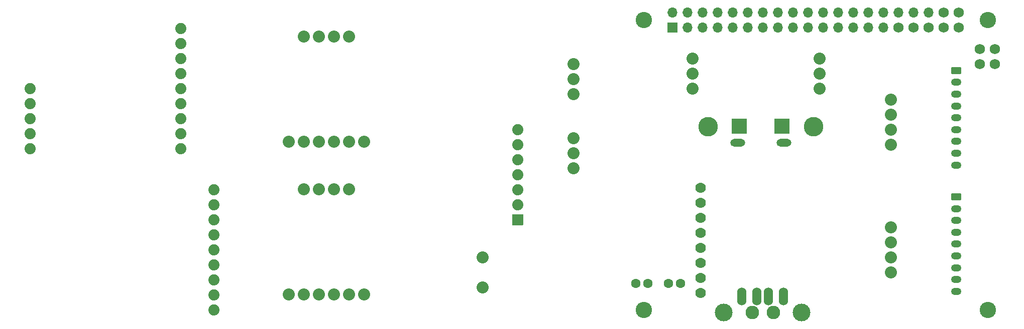
<source format=gbr>
%TF.GenerationSoftware,KiCad,Pcbnew,8.0.6*%
%TF.CreationDate,2025-03-28T16:21:50-05:00*%
%TF.ProjectId,Initial Schematic,496e6974-6961-46c2-9053-6368656d6174,rev?*%
%TF.SameCoordinates,Original*%
%TF.FileFunction,Soldermask,Bot*%
%TF.FilePolarity,Negative*%
%FSLAX46Y46*%
G04 Gerber Fmt 4.6, Leading zero omitted, Abs format (unit mm)*
G04 Created by KiCad (PCBNEW 8.0.6) date 2025-03-28 16:21:50*
%MOMM*%
%LPD*%
G01*
G04 APERTURE LIST*
G04 Aperture macros list*
%AMRoundRect*
0 Rectangle with rounded corners*
0 $1 Rounding radius*
0 $2 $3 $4 $5 $6 $7 $8 $9 X,Y pos of 4 corners*
0 Add a 4 corners polygon primitive as box body*
4,1,4,$2,$3,$4,$5,$6,$7,$8,$9,$2,$3,0*
0 Add four circle primitives for the rounded corners*
1,1,$1+$1,$2,$3*
1,1,$1+$1,$4,$5*
1,1,$1+$1,$6,$7*
1,1,$1+$1,$8,$9*
0 Add four rect primitives between the rounded corners*
20,1,$1+$1,$2,$3,$4,$5,0*
20,1,$1+$1,$4,$5,$6,$7,0*
20,1,$1+$1,$6,$7,$8,$9,0*
20,1,$1+$1,$8,$9,$2,$3,0*%
G04 Aperture macros list end*
%ADD10C,1.778000*%
%ADD11C,2.286000*%
%ADD12O,1.559600X3.017600*%
%ADD13C,3.301600*%
%ADD14C,3.001600*%
%ADD15O,2.517600X1.309600*%
%ADD16RoundRect,0.050800X-1.250000X1.250000X-1.250000X-1.250000X1.250000X-1.250000X1.250000X1.250000X0*%
%ADD17C,2.032000*%
%ADD18C,1.600000*%
%ADD19RoundRect,0.250000X-0.625000X0.350000X-0.625000X-0.350000X0.625000X-0.350000X0.625000X0.350000X0*%
%ADD20O,1.750000X1.200000*%
%ADD21C,1.879600*%
%ADD22RoundRect,0.050800X0.889000X0.889000X-0.889000X0.889000X-0.889000X-0.889000X0.889000X-0.889000X0*%
%ADD23C,2.750000*%
%ADD24R,1.700000X1.700000*%
%ADD25O,1.700000X1.700000*%
%ADD26C,1.728000*%
G04 APERTURE END LIST*
D10*
%TO.C,Adafruit_Powerboost1*%
X143545777Y-77101320D03*
X143545777Y-79641320D03*
X143545777Y-82181320D03*
X143545777Y-84721320D03*
X143545777Y-87261320D03*
X143545777Y-89801320D03*
X143545777Y-92341320D03*
X143545777Y-94881320D03*
D11*
X152323277Y-98183320D03*
X155823277Y-98183320D03*
D12*
X155023277Y-95473320D03*
X153023277Y-95473320D03*
X157523277Y-95473320D03*
D13*
X162595777Y-66814320D03*
X144815777Y-66814320D03*
D14*
X147453277Y-98183320D03*
X160593277Y-98183320D03*
D15*
X157609777Y-69492320D03*
X149801777Y-69492320D03*
D16*
X157305777Y-66692320D03*
X150105777Y-66692320D03*
D12*
X150523277Y-95473320D03*
%TD*%
D17*
%TO.C,Servo1*%
X163675000Y-60365000D03*
X163675000Y-57825000D03*
X163675000Y-55285000D03*
%TD*%
%TO.C,BNO0551*%
X76690000Y-77395000D03*
X79230000Y-77395000D03*
X81770000Y-77395000D03*
X84310000Y-77395000D03*
X74150000Y-95175000D03*
X76690000Y-95175000D03*
X79230000Y-95175000D03*
X81770000Y-95175000D03*
X84310000Y-95175000D03*
X86850000Y-95175000D03*
%TD*%
D18*
%TO.C,C2*%
X132675000Y-93325000D03*
X134675000Y-93325000D03*
%TD*%
D19*
%TO.C,Terraranger_Evo_LIDAR1*%
X186700000Y-78650000D03*
D20*
X186700000Y-80650000D03*
X186700000Y-82650000D03*
X186700000Y-84650000D03*
X186700000Y-86650000D03*
X186700000Y-88650000D03*
X186700000Y-90650000D03*
X186700000Y-92650000D03*
X186700000Y-94650000D03*
%TD*%
D19*
%TO.C,Terraranger_Evo_LIDAR2*%
X186700000Y-57300000D03*
D20*
X186700000Y-59300000D03*
X186700000Y-61300000D03*
X186700000Y-63300000D03*
X186700000Y-65300000D03*
X186700000Y-67300000D03*
X186700000Y-69300000D03*
X186700000Y-71300000D03*
X186700000Y-73300000D03*
%TD*%
D17*
%TO.C,Servo2*%
X142175000Y-60405000D03*
X142175000Y-57865000D03*
X142175000Y-55325000D03*
%TD*%
D21*
%TO.C,RFM95WLoRaRadio1*%
X55909000Y-70564000D03*
X55909000Y-68024000D03*
X55909000Y-65484000D03*
X55909000Y-62944000D03*
X55909000Y-60404000D03*
X55909000Y-57864000D03*
X55909000Y-55324000D03*
X55909000Y-52784000D03*
X55909000Y-50244000D03*
X30509000Y-70564000D03*
X30509000Y-68024000D03*
X30509000Y-65484000D03*
X30509000Y-62944000D03*
X30509000Y-60404000D03*
%TD*%
D22*
%TO.C,MPL3115A2Barometer1*%
X112770500Y-82570000D03*
D21*
X112770500Y-80030000D03*
X112770500Y-77490000D03*
X112770500Y-74950000D03*
X112770500Y-72410000D03*
X112770500Y-69870000D03*
X112770500Y-67330000D03*
%TD*%
D23*
%TO.C,J1*%
X133960000Y-48794000D03*
X133960000Y-97794000D03*
X191960000Y-48794000D03*
X191960000Y-97794000D03*
D24*
X138810000Y-50044000D03*
D25*
X138810000Y-47504000D03*
X141350000Y-50044000D03*
X141350000Y-47504000D03*
X143890000Y-50044000D03*
X143890000Y-47504000D03*
X146430000Y-50044000D03*
X146430000Y-47504000D03*
X148970000Y-50044000D03*
X148970000Y-47504000D03*
X151510000Y-50044000D03*
X151510000Y-47504000D03*
X154050000Y-50044000D03*
X154050000Y-47504000D03*
X156590000Y-50044000D03*
X156590000Y-47504000D03*
X159130000Y-50044000D03*
X159130000Y-47504000D03*
X161670000Y-50044000D03*
X161670000Y-47504000D03*
X164210000Y-50044000D03*
X164210000Y-47504000D03*
X166750000Y-50044000D03*
X166750000Y-47504000D03*
X169290000Y-50044000D03*
X169290000Y-47504000D03*
X171830000Y-50044000D03*
X171830000Y-47504000D03*
X174370000Y-50044000D03*
X174370000Y-47504000D03*
D26*
X176900000Y-50071000D03*
D25*
X176910000Y-47504000D03*
D26*
X179440000Y-50071000D03*
D25*
X179450000Y-47504000D03*
D26*
X181980000Y-50071000D03*
D25*
X181990000Y-47504000D03*
D26*
X184520000Y-50071000D03*
X184520000Y-47531000D03*
X187060000Y-50071000D03*
X187060000Y-47531000D03*
X193160000Y-56194000D03*
X193160000Y-53654000D03*
X190620000Y-56194000D03*
X190620000Y-53654000D03*
%TD*%
D18*
%TO.C,C1*%
X138175000Y-93325000D03*
X140175000Y-93325000D03*
%TD*%
D21*
%TO.C,PA1616SGPS1*%
X61508000Y-97810000D03*
X61508000Y-95270000D03*
X61508000Y-92730000D03*
X61508000Y-90190000D03*
X61508000Y-87650000D03*
X61508000Y-85110000D03*
X61508000Y-82570000D03*
X61508000Y-80030000D03*
X61508000Y-77490000D03*
%TD*%
D17*
%TO.C,Kill_Switch1*%
X106800000Y-94005000D03*
X106800000Y-88925000D03*
%TD*%
%TO.C,BNO55*%
X76690000Y-51602500D03*
X79230000Y-51602500D03*
X81770000Y-51602500D03*
X84310000Y-51602500D03*
X74150000Y-69382500D03*
X76690000Y-69382500D03*
X79230000Y-69382500D03*
X81770000Y-69382500D03*
X84310000Y-69382500D03*
X86850000Y-69382500D03*
%TD*%
%TO.C,HC-SR04_Ultrasonic1*%
X175675000Y-91445000D03*
X175675000Y-88905000D03*
X175675000Y-86365000D03*
X175675000Y-83825000D03*
%TD*%
%TO.C,Controller1*%
X122175000Y-73825000D03*
X122175000Y-71285000D03*
X122175000Y-68745000D03*
%TD*%
%TO.C,HC-SR04_Ultrasonic2*%
X175675000Y-69825000D03*
X175675000Y-67285000D03*
X175675000Y-64745000D03*
X175675000Y-62205000D03*
%TD*%
%TO.C,Controller2*%
X122175000Y-61325000D03*
X122175000Y-58785000D03*
X122175000Y-56245000D03*
%TD*%
M02*

</source>
